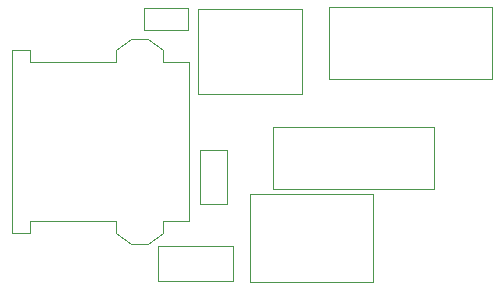
<source format=gbr>
G04 #@! TF.GenerationSoftware,KiCad,Pcbnew,5.1.9-73d0e3b20d~88~ubuntu20.04.1*
G04 #@! TF.CreationDate,2021-01-20T21:34:12+07:00*
G04 #@! TF.ProjectId,ch340G_uploader,63683334-3047-45f7-9570-6c6f61646572,rev?*
G04 #@! TF.SameCoordinates,Original*
G04 #@! TF.FileFunction,Other,User*
%FSLAX46Y46*%
G04 Gerber Fmt 4.6, Leading zero omitted, Abs format (unit mm)*
G04 Created by KiCad (PCBNEW 5.1.9-73d0e3b20d~88~ubuntu20.04.1) date 2021-01-20 21:34:12*
%MOMM*%
%LPD*%
G01*
G04 APERTURE LIST*
%ADD10C,0.050000*%
G04 APERTURE END LIST*
D10*
X123389000Y-63497500D02*
X119689000Y-63497500D01*
X123389000Y-61597500D02*
X123389000Y-63497500D01*
X119689000Y-61597500D02*
X123389000Y-61597500D01*
X119689000Y-63497500D02*
X119689000Y-61597500D01*
X139058000Y-77391000D02*
X128658000Y-77391000D01*
X128658000Y-77391000D02*
X128658000Y-84791000D01*
X128658000Y-84791000D02*
X139058000Y-84791000D01*
X139058000Y-84791000D02*
X139058000Y-77391000D01*
X126659500Y-73666000D02*
X126659500Y-78226000D01*
X124419500Y-73666000D02*
X126659500Y-73666000D01*
X124419500Y-78226000D02*
X124419500Y-73666000D01*
X126659500Y-78226000D02*
X124419500Y-78226000D01*
X120006200Y-64268200D02*
X121306200Y-65168200D01*
X118556200Y-64268200D02*
X120006200Y-64268200D01*
X117256200Y-66168200D02*
X117256200Y-65168200D01*
X118556200Y-64268200D02*
X117256200Y-65168200D01*
X121306200Y-66168200D02*
X121306200Y-65168200D01*
X118556200Y-81568200D02*
X117256200Y-80668200D01*
X121306200Y-66168200D02*
X123506200Y-66168200D01*
X123506200Y-79668200D02*
X123506200Y-66168200D01*
X121306200Y-79668200D02*
X123506200Y-79668200D01*
X120006200Y-81568200D02*
X118556200Y-81568200D01*
X121306200Y-79668200D02*
X121306200Y-80668200D01*
X120006200Y-81568200D02*
X121306200Y-80668200D01*
X117256200Y-66168200D02*
X110006200Y-66168200D01*
X110006200Y-66168200D02*
X110006200Y-65168200D01*
X110006200Y-65168200D02*
X108506200Y-65168200D01*
X108506200Y-65168200D02*
X108506200Y-80668200D01*
X108506200Y-80668200D02*
X110006200Y-80668200D01*
X110006200Y-80668200D02*
X110006200Y-79668200D01*
X110006200Y-79668200D02*
X117256200Y-79668200D01*
X117256200Y-79668200D02*
X117256200Y-80668200D01*
X135360000Y-61499500D02*
X135360000Y-67649500D01*
X149110000Y-61499500D02*
X135360000Y-61499500D01*
X149110000Y-67649500D02*
X149110000Y-61499500D01*
X135360000Y-67649500D02*
X149110000Y-67649500D01*
X144214000Y-71695000D02*
X130614000Y-71695000D01*
X144214000Y-76895000D02*
X144214000Y-71695000D01*
X130614000Y-76895000D02*
X144214000Y-76895000D01*
X130614000Y-71695000D02*
X130614000Y-76895000D01*
X124251000Y-61678000D02*
X124251000Y-68878000D01*
X124251000Y-68878000D02*
X133051000Y-68878000D01*
X133051000Y-68878000D02*
X133051000Y-61678000D01*
X133051000Y-61678000D02*
X124251000Y-61678000D01*
X127165500Y-84748500D02*
X127165500Y-81748500D01*
X120865500Y-81748500D02*
X127165500Y-81748500D01*
X120865500Y-84748500D02*
X120865500Y-81748500D01*
X127165500Y-84748500D02*
X120865500Y-84748500D01*
M02*

</source>
